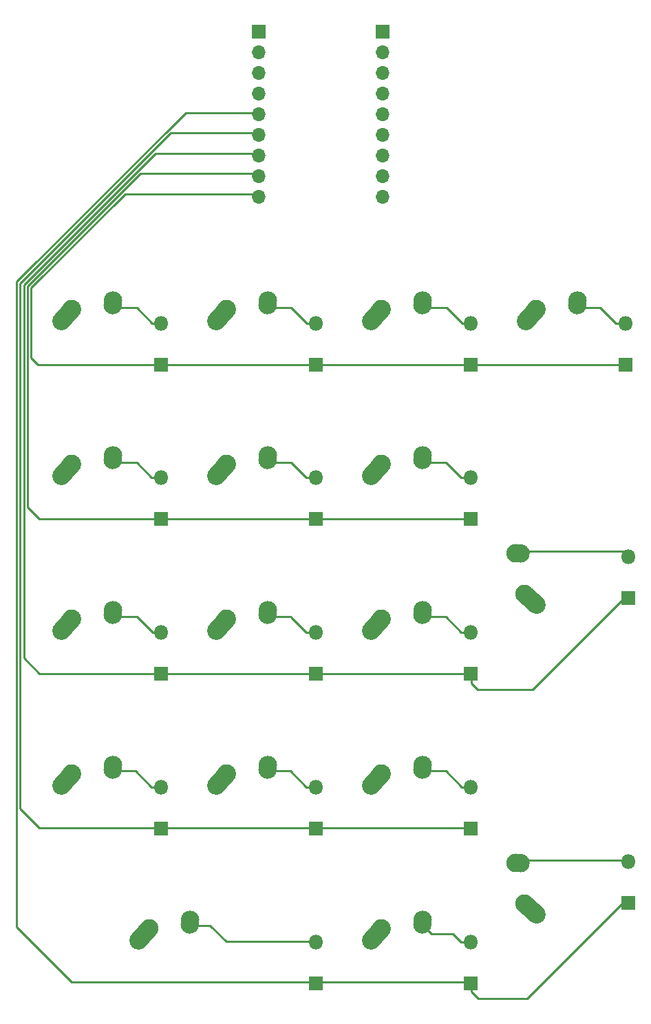
<source format=gbr>
G04 #@! TF.GenerationSoftware,KiCad,Pcbnew,7.0.1*
G04 #@! TF.CreationDate,2023-10-11T20:02:21-04:00*
G04 #@! TF.ProjectId,keyboard,6b657962-6f61-4726-942e-6b696361645f,rev?*
G04 #@! TF.SameCoordinates,Original*
G04 #@! TF.FileFunction,Copper,L2,Bot*
G04 #@! TF.FilePolarity,Positive*
%FSLAX46Y46*%
G04 Gerber Fmt 4.6, Leading zero omitted, Abs format (unit mm)*
G04 Created by KiCad (PCBNEW 7.0.1) date 2023-10-11 20:02:21*
%MOMM*%
%LPD*%
G01*
G04 APERTURE LIST*
G04 Aperture macros list*
%AMHorizOval*
0 Thick line with rounded ends*
0 $1 width*
0 $2 $3 position (X,Y) of the first rounded end (center of the circle)*
0 $4 $5 position (X,Y) of the second rounded end (center of the circle)*
0 Add line between two ends*
20,1,$1,$2,$3,$4,$5,0*
0 Add two circle primitives to create the rounded ends*
1,1,$1,$2,$3*
1,1,$1,$4,$5*%
G04 Aperture macros list end*
G04 #@! TA.AperFunction,ComponentPad*
%ADD10R,1.800000X1.800000*%
G04 #@! TD*
G04 #@! TA.AperFunction,ComponentPad*
%ADD11O,1.800000X1.800000*%
G04 #@! TD*
G04 #@! TA.AperFunction,ComponentPad*
%ADD12HorizOval,2.250000X-0.730000X0.655001X0.730000X-0.655001X0*%
G04 #@! TD*
G04 #@! TA.AperFunction,ComponentPad*
%ADD13C,2.250000*%
G04 #@! TD*
G04 #@! TA.AperFunction,ComponentPad*
%ADD14HorizOval,2.250000X-0.290000X0.020000X0.290000X-0.020000X0*%
G04 #@! TD*
G04 #@! TA.AperFunction,ComponentPad*
%ADD15HorizOval,2.250000X0.655001X0.730000X-0.655001X-0.730000X0*%
G04 #@! TD*
G04 #@! TA.AperFunction,ComponentPad*
%ADD16HorizOval,2.250000X0.020000X0.290000X-0.020000X-0.290000X0*%
G04 #@! TD*
G04 #@! TA.AperFunction,ComponentPad*
%ADD17R,1.700000X1.700000*%
G04 #@! TD*
G04 #@! TA.AperFunction,ComponentPad*
%ADD18O,1.700000X1.700000*%
G04 #@! TD*
G04 #@! TA.AperFunction,Conductor*
%ADD19C,0.250000*%
G04 #@! TD*
G04 APERTURE END LIST*
D10*
X318050000Y-223110000D03*
D11*
X318050000Y-218030000D03*
D10*
X299000000Y-223110000D03*
D11*
X299000000Y-218030000D03*
D10*
X337440000Y-213230000D03*
D11*
X337440000Y-208150000D03*
D10*
X318050000Y-204060000D03*
D11*
X318050000Y-198980000D03*
D10*
X299000000Y-204060000D03*
D11*
X299000000Y-198980000D03*
D10*
X279950000Y-204060000D03*
D11*
X279950000Y-198980000D03*
D10*
X318050000Y-185010000D03*
D11*
X318050000Y-179930000D03*
D10*
X299000000Y-185010000D03*
D11*
X299000000Y-179930000D03*
D10*
X279950000Y-185010000D03*
D11*
X279950000Y-179930000D03*
D10*
X337440000Y-175730000D03*
D11*
X337440000Y-170650000D03*
D10*
X318050000Y-165960000D03*
D11*
X318050000Y-160880000D03*
D10*
X299000000Y-165960000D03*
D11*
X299000000Y-160880000D03*
D10*
X279950000Y-165960000D03*
D11*
X279950000Y-160880000D03*
D10*
X337100000Y-147005000D03*
D11*
X337100000Y-141925000D03*
D10*
X318050000Y-147000000D03*
D11*
X318050000Y-141920000D03*
D10*
X299000000Y-147000000D03*
D11*
X299000000Y-141920000D03*
D10*
X279950000Y-147000000D03*
D11*
X279950000Y-141920000D03*
D12*
X325415000Y-175892999D03*
D13*
X324685000Y-175238000D03*
D14*
X323895000Y-170218000D03*
D13*
X323605000Y-170198000D03*
D15*
X268355001Y-198060000D03*
D13*
X269010000Y-197330000D03*
D16*
X274030000Y-196540000D03*
D13*
X274050000Y-196250000D03*
D12*
X325415000Y-213992999D03*
D13*
X324685000Y-213338000D03*
D14*
X323895000Y-208318000D03*
D13*
X323605000Y-208298000D03*
D17*
X307250000Y-106000000D03*
D18*
X307250000Y-108540000D03*
X307250000Y-111080000D03*
X307250000Y-113620000D03*
X307250000Y-116160000D03*
X307250000Y-118700000D03*
X307250000Y-121240000D03*
X307250000Y-123780000D03*
X307250000Y-126320000D03*
D15*
X287405001Y-159960000D03*
D13*
X288060000Y-159230000D03*
D16*
X293080000Y-158440000D03*
D13*
X293100000Y-158150000D03*
D15*
X325505001Y-140910000D03*
D13*
X326160000Y-140180000D03*
D16*
X331180000Y-139390000D03*
D13*
X331200000Y-139100000D03*
D15*
X268355001Y-140910000D03*
D13*
X269010000Y-140180000D03*
D16*
X274030000Y-139390000D03*
D13*
X274050000Y-139100000D03*
D15*
X277880001Y-217110000D03*
D13*
X278535000Y-216380000D03*
D16*
X283555000Y-215590000D03*
D13*
X283575000Y-215300000D03*
D15*
X306455001Y-159960000D03*
D13*
X307110000Y-159230000D03*
D16*
X312130000Y-158440000D03*
D13*
X312150000Y-158150000D03*
D15*
X268355001Y-159960000D03*
D13*
X269010000Y-159230000D03*
D16*
X274030000Y-158440000D03*
D13*
X274050000Y-158150000D03*
D15*
X306455001Y-179010000D03*
D13*
X307110000Y-178280000D03*
D16*
X312130000Y-177490000D03*
D13*
X312150000Y-177200000D03*
D15*
X287405001Y-140910000D03*
D13*
X288060000Y-140180000D03*
D16*
X293080000Y-139390000D03*
D13*
X293100000Y-139100000D03*
D15*
X306455001Y-198060000D03*
D13*
X307110000Y-197330000D03*
D16*
X312130000Y-196540000D03*
D13*
X312150000Y-196250000D03*
D15*
X287405001Y-179010000D03*
D13*
X288060000Y-178280000D03*
D16*
X293080000Y-177490000D03*
D13*
X293100000Y-177200000D03*
D15*
X287405001Y-198060000D03*
D13*
X288060000Y-197330000D03*
D16*
X293080000Y-196540000D03*
D13*
X293100000Y-196250000D03*
D17*
X292000000Y-106000000D03*
D18*
X292000000Y-108540000D03*
X292000000Y-111080000D03*
X292000000Y-113620000D03*
X292000000Y-116160000D03*
X292000000Y-118700000D03*
X292000000Y-121240000D03*
X292000000Y-123780000D03*
X292000000Y-126320000D03*
D15*
X268355001Y-179010000D03*
D13*
X269010000Y-178280000D03*
D16*
X274030000Y-177490000D03*
D13*
X274050000Y-177200000D03*
D15*
X306455001Y-140910000D03*
D13*
X307110000Y-140180000D03*
D16*
X312130000Y-139390000D03*
D13*
X312150000Y-139100000D03*
D15*
X306455001Y-217110000D03*
D13*
X307110000Y-216380000D03*
D16*
X312130000Y-215590000D03*
D13*
X312150000Y-215300000D03*
D19*
X336790000Y-170000000D02*
X337440000Y-170650000D01*
X324669000Y-170000000D02*
X336790000Y-170000000D01*
X324287000Y-170382000D02*
X324669000Y-170000000D01*
X283655000Y-216000000D02*
X283535000Y-215880000D01*
X288000000Y-218000000D02*
X286000000Y-216000000D01*
X298970000Y-218000000D02*
X288000000Y-218000000D01*
X299000000Y-218030000D02*
X298970000Y-218000000D01*
X286000000Y-216000000D02*
X283655000Y-216000000D01*
X313230000Y-217000000D02*
X312110000Y-215880000D01*
X316935000Y-218030000D02*
X315905000Y-217000000D01*
X315905000Y-217000000D02*
X313230000Y-217000000D01*
X318050000Y-218030000D02*
X316935000Y-218030000D01*
X337290000Y-208000000D02*
X324769000Y-208000000D01*
X337440000Y-208150000D02*
X337290000Y-208000000D01*
X315000000Y-197000000D02*
X312280000Y-197000000D01*
X312280000Y-197000000D02*
X312110000Y-196830000D01*
X318050000Y-198980000D02*
X316980000Y-198980000D01*
X318135000Y-199065000D02*
X318050000Y-198980000D01*
X316980000Y-198980000D02*
X315000000Y-197000000D01*
X295905000Y-197000000D02*
X293230000Y-197000000D01*
X297885000Y-198980000D02*
X295905000Y-197000000D01*
X293230000Y-197000000D02*
X293060000Y-196830000D01*
X299000000Y-198980000D02*
X297885000Y-198980000D01*
X276855000Y-197000000D02*
X274180000Y-197000000D01*
X278835000Y-198980000D02*
X276855000Y-197000000D01*
X279950000Y-198980000D02*
X278835000Y-198980000D01*
X274180000Y-197000000D02*
X274010000Y-196830000D01*
X312330000Y-178000000D02*
X312110000Y-177780000D01*
X315005000Y-178000000D02*
X312330000Y-178000000D01*
X318050000Y-179930000D02*
X316935000Y-179930000D01*
X316935000Y-179930000D02*
X315005000Y-178000000D01*
X293280000Y-178000000D02*
X293060000Y-177780000D01*
X296000000Y-178045000D02*
X296000000Y-178000000D01*
X296000000Y-178000000D02*
X293280000Y-178000000D01*
X297885000Y-179930000D02*
X296000000Y-178045000D01*
X299000000Y-179930000D02*
X297885000Y-179930000D01*
X277000000Y-178000000D02*
X274230000Y-178000000D01*
X278930000Y-179930000D02*
X277000000Y-178000000D01*
X279950000Y-179930000D02*
X278930000Y-179930000D01*
X274230000Y-178000000D02*
X274010000Y-177780000D01*
X315000000Y-159000000D02*
X312380000Y-159000000D01*
X312380000Y-159000000D02*
X312110000Y-158730000D01*
X316880000Y-160880000D02*
X315000000Y-159000000D01*
X318050000Y-160880000D02*
X316880000Y-160880000D01*
X296005000Y-159000000D02*
X293330000Y-159000000D01*
X297885000Y-160880000D02*
X296005000Y-159000000D01*
X299000000Y-160880000D02*
X297885000Y-160880000D01*
X293330000Y-159000000D02*
X293060000Y-158730000D01*
X274280000Y-159000000D02*
X274010000Y-158730000D01*
X277000000Y-159000000D02*
X274280000Y-159000000D01*
X278835000Y-160880000D02*
X277000000Y-159045000D01*
X277000000Y-159045000D02*
X277000000Y-159000000D01*
X279950000Y-160880000D02*
X278835000Y-160880000D01*
X331480000Y-140000000D02*
X331160000Y-139680000D01*
X334000000Y-140000000D02*
X331480000Y-140000000D01*
X335925000Y-141925000D02*
X334000000Y-140000000D01*
X337100000Y-141925000D02*
X335925000Y-141925000D01*
X315105000Y-140000000D02*
X312430000Y-140000000D01*
X317025000Y-141920000D02*
X315105000Y-140000000D01*
X318050000Y-141920000D02*
X317025000Y-141920000D01*
X312430000Y-140000000D02*
X312110000Y-139680000D01*
X293380000Y-140000000D02*
X293060000Y-139680000D01*
X296000000Y-140000000D02*
X293380000Y-140000000D01*
X297920000Y-141920000D02*
X296000000Y-140000000D01*
X299000000Y-141920000D02*
X297920000Y-141920000D01*
X277000000Y-140000000D02*
X274330000Y-140000000D01*
X274330000Y-140000000D02*
X274010000Y-139680000D01*
X278920000Y-141920000D02*
X277000000Y-140000000D01*
X279950000Y-141920000D02*
X278920000Y-141920000D01*
X280035000Y-142005000D02*
X279950000Y-141920000D01*
X279365000Y-147000000D02*
X280035000Y-146330000D01*
X264000000Y-146150000D02*
X264850000Y-147000000D01*
X299085000Y-146330000D02*
X298415000Y-147000000D01*
X299755000Y-147000000D02*
X299085000Y-146330000D01*
X291680000Y-126000000D02*
X275545584Y-126000000D01*
X318805000Y-147000000D02*
X318135000Y-146330000D01*
X317465000Y-147000000D02*
X299755000Y-147000000D01*
X275545584Y-126000000D02*
X264000000Y-137545584D01*
X337185000Y-146330000D02*
X336515000Y-147000000D01*
X292000000Y-126320000D02*
X291680000Y-126000000D01*
X318135000Y-146330000D02*
X317465000Y-147000000D01*
X280705000Y-147000000D02*
X280035000Y-146330000D01*
X264850000Y-147000000D02*
X279365000Y-147000000D01*
X336515000Y-147000000D02*
X318805000Y-147000000D01*
X264000000Y-137545584D02*
X264000000Y-146150000D01*
X298415000Y-147000000D02*
X280705000Y-147000000D01*
X299085000Y-165380000D02*
X298465000Y-166000000D01*
X291720000Y-123500000D02*
X277409188Y-123500000D01*
X279415000Y-166000000D02*
X280035000Y-165380000D01*
X265000000Y-166000000D02*
X279415000Y-166000000D01*
X280655000Y-166000000D02*
X280035000Y-165380000D01*
X318135000Y-165380000D02*
X317515000Y-166000000D01*
X317515000Y-166000000D02*
X299705000Y-166000000D01*
X292000000Y-123780000D02*
X291720000Y-123500000D01*
X299705000Y-166000000D02*
X299085000Y-165380000D01*
X263550000Y-137359188D02*
X263550000Y-164550000D01*
X298465000Y-166000000D02*
X280655000Y-166000000D01*
X292000000Y-123780000D02*
X291780000Y-124000000D01*
X263550000Y-164550000D02*
X265000000Y-166000000D01*
X277409188Y-123500000D02*
X263550000Y-137359188D01*
X318135000Y-186208750D02*
X318135000Y-184430000D01*
X325675000Y-187000000D02*
X318926250Y-187000000D01*
X299655000Y-185000000D02*
X299085000Y-184430000D01*
X279272792Y-121000000D02*
X263100000Y-137172792D01*
X263100000Y-183100000D02*
X265000000Y-185000000D01*
X337525000Y-175150000D02*
X325675000Y-187000000D01*
X318135000Y-184430000D02*
X317565000Y-185000000D01*
X318926250Y-187000000D02*
X318135000Y-186208750D01*
X298515000Y-185000000D02*
X280605000Y-185000000D01*
X292000000Y-121240000D02*
X291760000Y-121000000D01*
X263100000Y-137172792D02*
X263100000Y-183100000D01*
X317565000Y-185000000D02*
X299655000Y-185000000D01*
X299085000Y-184430000D02*
X298515000Y-185000000D01*
X265000000Y-185000000D02*
X279465000Y-185000000D01*
X280605000Y-185000000D02*
X280035000Y-184430000D01*
X279465000Y-185000000D02*
X280035000Y-184430000D01*
X291760000Y-121000000D02*
X279272792Y-121000000D01*
X292000000Y-121240000D02*
X291740000Y-121500000D01*
X292000000Y-118700000D02*
X291700000Y-119000000D01*
X298565000Y-204000000D02*
X280555000Y-204000000D01*
X279515000Y-204000000D02*
X280035000Y-203480000D01*
X292000000Y-118700000D02*
X291800000Y-118500000D01*
X280555000Y-204000000D02*
X280035000Y-203480000D01*
X262650000Y-136986396D02*
X262650000Y-201650000D01*
X265000000Y-204000000D02*
X279515000Y-204000000D01*
X318135000Y-203480000D02*
X317615000Y-204000000D01*
X281136396Y-118500000D02*
X262650000Y-136986396D01*
X299085000Y-203480000D02*
X298565000Y-204000000D01*
X291800000Y-118500000D02*
X281136396Y-118500000D01*
X262650000Y-201650000D02*
X265000000Y-204000000D01*
X299605000Y-204000000D02*
X299085000Y-203480000D01*
X317615000Y-204000000D02*
X299605000Y-204000000D01*
X318135000Y-224135000D02*
X318135000Y-222530000D01*
X292000000Y-116160000D02*
X291660000Y-116500000D01*
X325000000Y-225000000D02*
X319000000Y-225000000D01*
X317665000Y-223000000D02*
X299555000Y-223000000D01*
X318135000Y-222530000D02*
X317665000Y-223000000D01*
X337350000Y-212650000D02*
X325000000Y-225000000D01*
X299555000Y-223000000D02*
X299085000Y-222530000D01*
X291840000Y-116000000D02*
X283000000Y-116000000D01*
X319000000Y-225000000D02*
X318135000Y-224135000D01*
X269000000Y-223000000D02*
X298615000Y-223000000D01*
X292000000Y-116160000D02*
X291840000Y-116000000D01*
X262200000Y-136800000D02*
X262200000Y-216200000D01*
X298615000Y-223000000D02*
X299085000Y-222530000D01*
X262200000Y-216200000D02*
X269000000Y-223000000D01*
X283000000Y-116000000D02*
X262200000Y-136800000D01*
X337525000Y-212650000D02*
X337350000Y-212650000D01*
M02*

</source>
